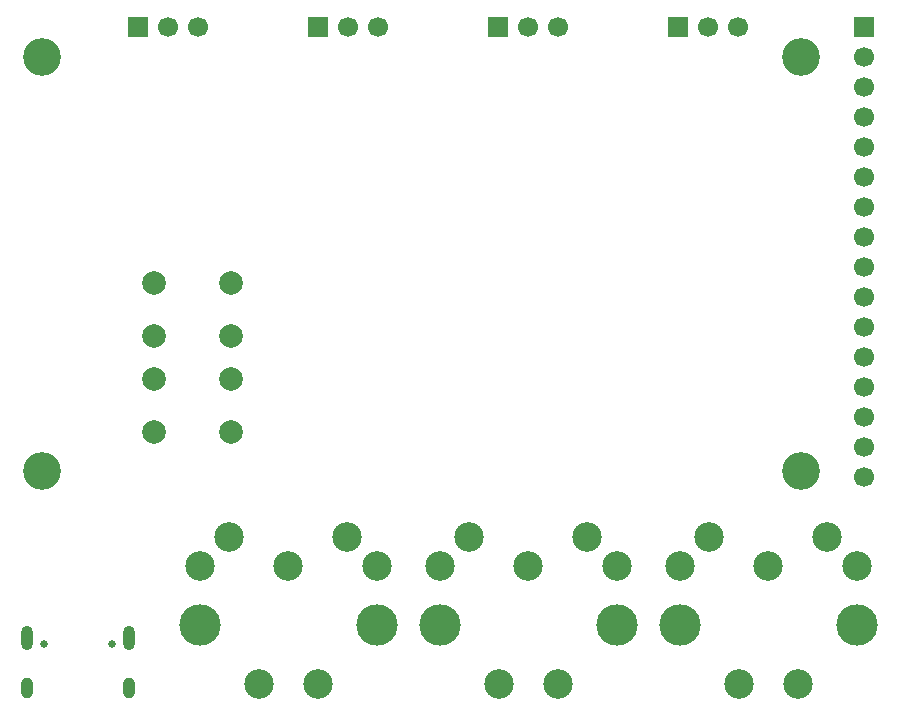
<source format=gbr>
%TF.GenerationSoftware,KiCad,Pcbnew,9.0.4*%
%TF.CreationDate,2025-12-28T22:29:46+01:00*%
%TF.ProjectId,Midi Expressor,4d696469-2045-4787-9072-6573736f722e,rev?*%
%TF.SameCoordinates,Original*%
%TF.FileFunction,Soldermask,Bot*%
%TF.FilePolarity,Negative*%
%FSLAX46Y46*%
G04 Gerber Fmt 4.6, Leading zero omitted, Abs format (unit mm)*
G04 Created by KiCad (PCBNEW 9.0.4) date 2025-12-28 22:29:46*
%MOMM*%
%LPD*%
G01*
G04 APERTURE LIST*
%ADD10C,3.200000*%
%ADD11C,3.500000*%
%ADD12C,2.500000*%
%ADD13R,1.700000X1.700000*%
%ADD14C,1.700000*%
%ADD15C,2.000000*%
%ADD16C,0.650000*%
%ADD17O,1.000000X2.100000*%
%ADD18O,1.000000X1.800000*%
G04 APERTURE END LIST*
D10*
%TO.C,H4*%
X192278000Y-125476000D03*
%TD*%
%TO.C,H2*%
X192278000Y-90424000D03*
%TD*%
D11*
%TO.C,J4*%
X181984000Y-138510000D03*
X196984000Y-138510000D03*
D12*
X196984000Y-133510000D03*
X189484000Y-133510000D03*
X181984000Y-133510000D03*
X194484000Y-131010000D03*
X184484000Y-131010000D03*
X186984000Y-143510000D03*
X191984000Y-143510000D03*
%TD*%
D13*
%TO.C,J13*%
X181864000Y-87884000D03*
D14*
X184404000Y-87884000D03*
X186944000Y-87884000D03*
%TD*%
D10*
%TO.C,H3*%
X128016000Y-125476000D03*
%TD*%
D13*
%TO.C,J11*%
X166624000Y-87884000D03*
D14*
X169164000Y-87884000D03*
X171704000Y-87884000D03*
%TD*%
D15*
%TO.C,SW1*%
X143966000Y-114010000D03*
X137466000Y-114010000D03*
X143966000Y-109510000D03*
X137466000Y-109510000D03*
%TD*%
%TO.C,SW2*%
X143966000Y-122138000D03*
X137466000Y-122138000D03*
X143966000Y-117638000D03*
X137466000Y-117638000D03*
%TD*%
D13*
%TO.C,J9*%
X151384000Y-87884000D03*
D14*
X153924000Y-87884000D03*
X156464000Y-87884000D03*
%TD*%
D16*
%TO.C,J1*%
X128174000Y-140143000D03*
X133954000Y-140143000D03*
D17*
X126744000Y-139623000D03*
D18*
X126744000Y-143823000D03*
D17*
X135384000Y-139623000D03*
D18*
X135384000Y-143823000D03*
%TD*%
D13*
%TO.C,J7*%
X136144000Y-87884000D03*
D14*
X138684000Y-87884000D03*
X141224000Y-87884000D03*
%TD*%
D11*
%TO.C,J3*%
X161664000Y-138510000D03*
X176664000Y-138510000D03*
D12*
X176664000Y-133510000D03*
X169164000Y-133510000D03*
X161664000Y-133510000D03*
X174164000Y-131010000D03*
X164164000Y-131010000D03*
X166664000Y-143510000D03*
X171664000Y-143510000D03*
%TD*%
D13*
%TO.C,J5*%
X197612000Y-87884000D03*
D14*
X197612000Y-90424000D03*
X197612000Y-92964000D03*
X197612000Y-95504000D03*
X197612000Y-98044000D03*
X197612000Y-100584000D03*
X197612000Y-103124000D03*
X197612000Y-105664000D03*
X197612000Y-108204000D03*
X197612000Y-110744000D03*
X197612000Y-113284000D03*
X197612000Y-115824000D03*
X197612000Y-118364000D03*
X197612000Y-120904000D03*
X197612000Y-123444000D03*
X197612000Y-125984000D03*
%TD*%
D10*
%TO.C,H1*%
X128016000Y-90424000D03*
%TD*%
D11*
%TO.C,J2*%
X141344000Y-138510000D03*
X156344000Y-138510000D03*
D12*
X156344000Y-133510000D03*
X148844000Y-133510000D03*
X141344000Y-133510000D03*
X153844000Y-131010000D03*
X143844000Y-131010000D03*
X146344000Y-143510000D03*
X151344000Y-143510000D03*
%TD*%
M02*

</source>
